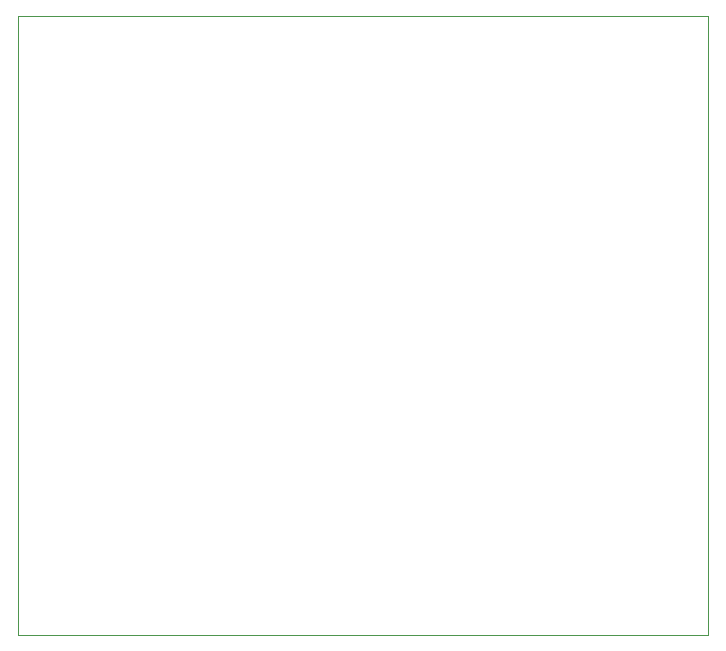
<source format=gbr>
%TF.GenerationSoftware,KiCad,Pcbnew,8.0.8*%
%TF.CreationDate,2025-02-02T21:03:09-08:00*%
%TF.ProjectId,D1Mini,44314d69-6e69-42e6-9b69-6361645f7063,rev?*%
%TF.SameCoordinates,Original*%
%TF.FileFunction,Profile,NP*%
%FSLAX46Y46*%
G04 Gerber Fmt 4.6, Leading zero omitted, Abs format (unit mm)*
G04 Created by KiCad (PCBNEW 8.0.8) date 2025-02-02 21:03:09*
%MOMM*%
%LPD*%
G01*
G04 APERTURE LIST*
%TA.AperFunction,Profile*%
%ADD10C,0.050000*%
%TD*%
G04 APERTURE END LIST*
D10*
X92940904Y-22782462D02*
X151428114Y-22782462D01*
X151428114Y-75222978D01*
X92940904Y-75222978D01*
X92940904Y-22782462D01*
M02*

</source>
